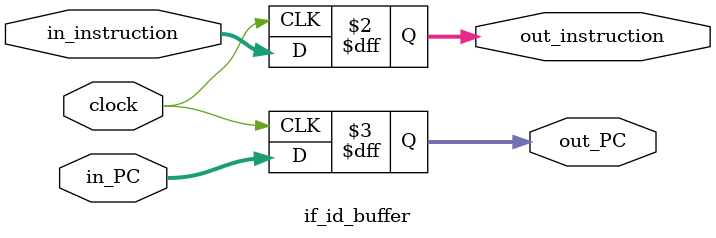
<source format=v>
`timescale 1ns / 1ps


module if_id_buffer(input clock,
                    input [31:0] in_instruction,
                    input [31:0] in_PC, 
                    output reg[31:0] out_instruction, 
                    output reg[31:0] out_PC);

always@(posedge clock)
begin
    out_instruction = in_instruction;
    out_PC = in_PC;
end       
  
endmodule

</source>
